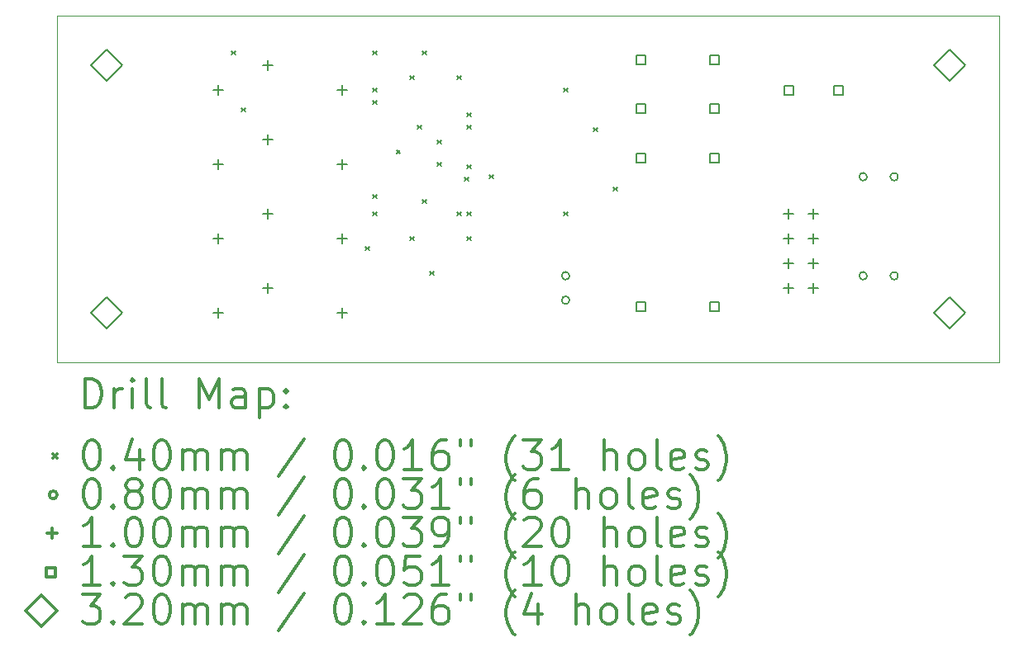
<source format=gbr>
%FSLAX45Y45*%
G04 Gerber Fmt 4.5, Leading zero omitted, Abs format (unit mm)*
G04 Created by KiCad (PCBNEW 5.1.4) date 2019-11-14 20:39:04*
%MOMM*%
%LPD*%
G04 APERTURE LIST*
%ADD10C,0.050000*%
%ADD11C,0.200000*%
%ADD12C,0.300000*%
G04 APERTURE END LIST*
D10*
X6350000Y-6350000D02*
X16002000Y-6350000D01*
X6350000Y-9906000D02*
X6350000Y-6350000D01*
X16002000Y-9906000D02*
X6350000Y-9906000D01*
X16002000Y-9906000D02*
X16002000Y-6350000D01*
D11*
X8133400Y-6711000D02*
X8173400Y-6751000D01*
X8173400Y-6711000D02*
X8133400Y-6751000D01*
X8235000Y-7295200D02*
X8275000Y-7335200D01*
X8275000Y-7295200D02*
X8235000Y-7335200D01*
X9505000Y-8717600D02*
X9545000Y-8757600D01*
X9545000Y-8717600D02*
X9505000Y-8757600D01*
X9581200Y-6711000D02*
X9621200Y-6751000D01*
X9621200Y-6711000D02*
X9581200Y-6751000D01*
X9581200Y-7092000D02*
X9621200Y-7132000D01*
X9621200Y-7092000D02*
X9581200Y-7132000D01*
X9581200Y-7219000D02*
X9621200Y-7259000D01*
X9621200Y-7219000D02*
X9581200Y-7259000D01*
X9581200Y-8184200D02*
X9621200Y-8224200D01*
X9621200Y-8184200D02*
X9581200Y-8224200D01*
X9581200Y-8362000D02*
X9621200Y-8402000D01*
X9621200Y-8362000D02*
X9581200Y-8402000D01*
X9822500Y-7727000D02*
X9862500Y-7767000D01*
X9862500Y-7727000D02*
X9822500Y-7767000D01*
X9962200Y-6965000D02*
X10002200Y-7005000D01*
X10002200Y-6965000D02*
X9962200Y-7005000D01*
X9962200Y-8616000D02*
X10002200Y-8656000D01*
X10002200Y-8616000D02*
X9962200Y-8656000D01*
X10038400Y-7473000D02*
X10078400Y-7513000D01*
X10078400Y-7473000D02*
X10038400Y-7513000D01*
X10089200Y-6711000D02*
X10129200Y-6751000D01*
X10129200Y-6711000D02*
X10089200Y-6751000D01*
X10089200Y-8235000D02*
X10129200Y-8275000D01*
X10129200Y-8235000D02*
X10089200Y-8275000D01*
X10165400Y-8971600D02*
X10205400Y-9011600D01*
X10205400Y-8971600D02*
X10165400Y-9011600D01*
X10241600Y-7625400D02*
X10281600Y-7665400D01*
X10281600Y-7625400D02*
X10241600Y-7665400D01*
X10241600Y-7854000D02*
X10281600Y-7894000D01*
X10281600Y-7854000D02*
X10241600Y-7894000D01*
X10444800Y-6965000D02*
X10484800Y-7005000D01*
X10484800Y-6965000D02*
X10444800Y-7005000D01*
X10444800Y-8362000D02*
X10484800Y-8402000D01*
X10484800Y-8362000D02*
X10444800Y-8402000D01*
X10521000Y-8006400D02*
X10561000Y-8046400D01*
X10561000Y-8006400D02*
X10521000Y-8046400D01*
X10546400Y-7346000D02*
X10586400Y-7386000D01*
X10586400Y-7346000D02*
X10546400Y-7386000D01*
X10546400Y-7473000D02*
X10586400Y-7513000D01*
X10586400Y-7473000D02*
X10546400Y-7513000D01*
X10546400Y-7879400D02*
X10586400Y-7919400D01*
X10586400Y-7879400D02*
X10546400Y-7919400D01*
X10546400Y-8362000D02*
X10586400Y-8402000D01*
X10586400Y-8362000D02*
X10546400Y-8402000D01*
X10546400Y-8362000D02*
X10586400Y-8402000D01*
X10586400Y-8362000D02*
X10546400Y-8402000D01*
X10546400Y-8616000D02*
X10586400Y-8656000D01*
X10586400Y-8616000D02*
X10546400Y-8656000D01*
X10775000Y-7981000D02*
X10815000Y-8021000D01*
X10815000Y-7981000D02*
X10775000Y-8021000D01*
X11537000Y-7092000D02*
X11577000Y-7132000D01*
X11577000Y-7092000D02*
X11537000Y-7132000D01*
X11537000Y-8362000D02*
X11577000Y-8402000D01*
X11577000Y-8362000D02*
X11537000Y-8402000D01*
X11841800Y-7498400D02*
X11881800Y-7538400D01*
X11881800Y-7498400D02*
X11841800Y-7538400D01*
X12045000Y-8108000D02*
X12085000Y-8148000D01*
X12085000Y-8108000D02*
X12045000Y-8148000D01*
X11597000Y-9017000D02*
G75*
G03X11597000Y-9017000I-40000J0D01*
G01*
X11597000Y-9267000D02*
G75*
G03X11597000Y-9267000I-40000J0D01*
G01*
X14645000Y-8001000D02*
G75*
G03X14645000Y-8001000I-40000J0D01*
G01*
X14645000Y-9017000D02*
G75*
G03X14645000Y-9017000I-40000J0D01*
G01*
X14962500Y-8001000D02*
G75*
G03X14962500Y-8001000I-40000J0D01*
G01*
X14962500Y-9017000D02*
G75*
G03X14962500Y-9017000I-40000J0D01*
G01*
X8001000Y-9348000D02*
X8001000Y-9448000D01*
X7951000Y-9398000D02*
X8051000Y-9398000D01*
X8509000Y-9094000D02*
X8509000Y-9194000D01*
X8459000Y-9144000D02*
X8559000Y-9144000D01*
X9271000Y-9348000D02*
X9271000Y-9448000D01*
X9221000Y-9398000D02*
X9321000Y-9398000D01*
X8001000Y-7062000D02*
X8001000Y-7162000D01*
X7951000Y-7112000D02*
X8051000Y-7112000D01*
X8509000Y-6808000D02*
X8509000Y-6908000D01*
X8459000Y-6858000D02*
X8559000Y-6858000D01*
X9271000Y-7062000D02*
X9271000Y-7162000D01*
X9221000Y-7112000D02*
X9321000Y-7112000D01*
X8001000Y-7824000D02*
X8001000Y-7924000D01*
X7951000Y-7874000D02*
X8051000Y-7874000D01*
X8509000Y-7570000D02*
X8509000Y-7670000D01*
X8459000Y-7620000D02*
X8559000Y-7620000D01*
X9271000Y-7824000D02*
X9271000Y-7924000D01*
X9221000Y-7874000D02*
X9321000Y-7874000D01*
X8001000Y-8586000D02*
X8001000Y-8686000D01*
X7951000Y-8636000D02*
X8051000Y-8636000D01*
X8509000Y-8332000D02*
X8509000Y-8432000D01*
X8459000Y-8382000D02*
X8559000Y-8382000D01*
X9271000Y-8586000D02*
X9271000Y-8686000D01*
X9221000Y-8636000D02*
X9321000Y-8636000D01*
X13843000Y-8332000D02*
X13843000Y-8432000D01*
X13793000Y-8382000D02*
X13893000Y-8382000D01*
X13843000Y-8586000D02*
X13843000Y-8686000D01*
X13793000Y-8636000D02*
X13893000Y-8636000D01*
X13843000Y-8840000D02*
X13843000Y-8940000D01*
X13793000Y-8890000D02*
X13893000Y-8890000D01*
X13843000Y-9094000D02*
X13843000Y-9194000D01*
X13793000Y-9144000D02*
X13893000Y-9144000D01*
X14097000Y-8332000D02*
X14097000Y-8432000D01*
X14047000Y-8382000D02*
X14147000Y-8382000D01*
X14097000Y-8586000D02*
X14097000Y-8686000D01*
X14047000Y-8636000D02*
X14147000Y-8636000D01*
X14097000Y-8840000D02*
X14097000Y-8940000D01*
X14047000Y-8890000D02*
X14147000Y-8890000D01*
X14097000Y-9094000D02*
X14097000Y-9194000D01*
X14047000Y-9144000D02*
X14147000Y-9144000D01*
X13888962Y-7157962D02*
X13888962Y-7066038D01*
X13797038Y-7066038D01*
X13797038Y-7157962D01*
X13888962Y-7157962D01*
X14396962Y-7157962D02*
X14396962Y-7066038D01*
X14305038Y-7066038D01*
X14305038Y-7157962D01*
X14396962Y-7157962D01*
X12376962Y-6846462D02*
X12376962Y-6754538D01*
X12285038Y-6754538D01*
X12285038Y-6846462D01*
X12376962Y-6846462D01*
X12376962Y-7350462D02*
X12376962Y-7258538D01*
X12285038Y-7258538D01*
X12285038Y-7350462D01*
X12376962Y-7350462D01*
X12376962Y-7854462D02*
X12376962Y-7762538D01*
X12285038Y-7762538D01*
X12285038Y-7854462D01*
X12376962Y-7854462D01*
X12376962Y-9380462D02*
X12376962Y-9288538D01*
X12285038Y-9288538D01*
X12285038Y-9380462D01*
X12376962Y-9380462D01*
X13126962Y-6846462D02*
X13126962Y-6754538D01*
X13035038Y-6754538D01*
X13035038Y-6846462D01*
X13126962Y-6846462D01*
X13126962Y-7350462D02*
X13126962Y-7258538D01*
X13035038Y-7258538D01*
X13035038Y-7350462D01*
X13126962Y-7350462D01*
X13126962Y-7854462D02*
X13126962Y-7762538D01*
X13035038Y-7762538D01*
X13035038Y-7854462D01*
X13126962Y-7854462D01*
X13126962Y-9380462D02*
X13126962Y-9288538D01*
X13035038Y-9288538D01*
X13035038Y-9380462D01*
X13126962Y-9380462D01*
X6858000Y-9558000D02*
X7018000Y-9398000D01*
X6858000Y-9238000D01*
X6698000Y-9398000D01*
X6858000Y-9558000D01*
X15494000Y-7018000D02*
X15654000Y-6858000D01*
X15494000Y-6698000D01*
X15334000Y-6858000D01*
X15494000Y-7018000D01*
X15494000Y-9558000D02*
X15654000Y-9398000D01*
X15494000Y-9238000D01*
X15334000Y-9398000D01*
X15494000Y-9558000D01*
X6858000Y-7018000D02*
X7018000Y-6858000D01*
X6858000Y-6698000D01*
X6698000Y-6858000D01*
X6858000Y-7018000D01*
D12*
X6633928Y-10374214D02*
X6633928Y-10074214D01*
X6705357Y-10074214D01*
X6748214Y-10088500D01*
X6776786Y-10117072D01*
X6791071Y-10145643D01*
X6805357Y-10202786D01*
X6805357Y-10245643D01*
X6791071Y-10302786D01*
X6776786Y-10331357D01*
X6748214Y-10359929D01*
X6705357Y-10374214D01*
X6633928Y-10374214D01*
X6933928Y-10374214D02*
X6933928Y-10174214D01*
X6933928Y-10231357D02*
X6948214Y-10202786D01*
X6962500Y-10188500D01*
X6991071Y-10174214D01*
X7019643Y-10174214D01*
X7119643Y-10374214D02*
X7119643Y-10174214D01*
X7119643Y-10074214D02*
X7105357Y-10088500D01*
X7119643Y-10102786D01*
X7133928Y-10088500D01*
X7119643Y-10074214D01*
X7119643Y-10102786D01*
X7305357Y-10374214D02*
X7276786Y-10359929D01*
X7262500Y-10331357D01*
X7262500Y-10074214D01*
X7462500Y-10374214D02*
X7433928Y-10359929D01*
X7419643Y-10331357D01*
X7419643Y-10074214D01*
X7805357Y-10374214D02*
X7805357Y-10074214D01*
X7905357Y-10288500D01*
X8005357Y-10074214D01*
X8005357Y-10374214D01*
X8276786Y-10374214D02*
X8276786Y-10217072D01*
X8262500Y-10188500D01*
X8233928Y-10174214D01*
X8176786Y-10174214D01*
X8148214Y-10188500D01*
X8276786Y-10359929D02*
X8248214Y-10374214D01*
X8176786Y-10374214D01*
X8148214Y-10359929D01*
X8133928Y-10331357D01*
X8133928Y-10302786D01*
X8148214Y-10274214D01*
X8176786Y-10259929D01*
X8248214Y-10259929D01*
X8276786Y-10245643D01*
X8419643Y-10174214D02*
X8419643Y-10474214D01*
X8419643Y-10188500D02*
X8448214Y-10174214D01*
X8505357Y-10174214D01*
X8533928Y-10188500D01*
X8548214Y-10202786D01*
X8562500Y-10231357D01*
X8562500Y-10317072D01*
X8548214Y-10345643D01*
X8533928Y-10359929D01*
X8505357Y-10374214D01*
X8448214Y-10374214D01*
X8419643Y-10359929D01*
X8691071Y-10345643D02*
X8705357Y-10359929D01*
X8691071Y-10374214D01*
X8676786Y-10359929D01*
X8691071Y-10345643D01*
X8691071Y-10374214D01*
X8691071Y-10188500D02*
X8705357Y-10202786D01*
X8691071Y-10217072D01*
X8676786Y-10202786D01*
X8691071Y-10188500D01*
X8691071Y-10217072D01*
X6307500Y-10848500D02*
X6347500Y-10888500D01*
X6347500Y-10848500D02*
X6307500Y-10888500D01*
X6691071Y-10704214D02*
X6719643Y-10704214D01*
X6748214Y-10718500D01*
X6762500Y-10732786D01*
X6776786Y-10761357D01*
X6791071Y-10818500D01*
X6791071Y-10889929D01*
X6776786Y-10947072D01*
X6762500Y-10975643D01*
X6748214Y-10989929D01*
X6719643Y-11004214D01*
X6691071Y-11004214D01*
X6662500Y-10989929D01*
X6648214Y-10975643D01*
X6633928Y-10947072D01*
X6619643Y-10889929D01*
X6619643Y-10818500D01*
X6633928Y-10761357D01*
X6648214Y-10732786D01*
X6662500Y-10718500D01*
X6691071Y-10704214D01*
X6919643Y-10975643D02*
X6933928Y-10989929D01*
X6919643Y-11004214D01*
X6905357Y-10989929D01*
X6919643Y-10975643D01*
X6919643Y-11004214D01*
X7191071Y-10804214D02*
X7191071Y-11004214D01*
X7119643Y-10689929D02*
X7048214Y-10904214D01*
X7233928Y-10904214D01*
X7405357Y-10704214D02*
X7433928Y-10704214D01*
X7462500Y-10718500D01*
X7476786Y-10732786D01*
X7491071Y-10761357D01*
X7505357Y-10818500D01*
X7505357Y-10889929D01*
X7491071Y-10947072D01*
X7476786Y-10975643D01*
X7462500Y-10989929D01*
X7433928Y-11004214D01*
X7405357Y-11004214D01*
X7376786Y-10989929D01*
X7362500Y-10975643D01*
X7348214Y-10947072D01*
X7333928Y-10889929D01*
X7333928Y-10818500D01*
X7348214Y-10761357D01*
X7362500Y-10732786D01*
X7376786Y-10718500D01*
X7405357Y-10704214D01*
X7633928Y-11004214D02*
X7633928Y-10804214D01*
X7633928Y-10832786D02*
X7648214Y-10818500D01*
X7676786Y-10804214D01*
X7719643Y-10804214D01*
X7748214Y-10818500D01*
X7762500Y-10847072D01*
X7762500Y-11004214D01*
X7762500Y-10847072D02*
X7776786Y-10818500D01*
X7805357Y-10804214D01*
X7848214Y-10804214D01*
X7876786Y-10818500D01*
X7891071Y-10847072D01*
X7891071Y-11004214D01*
X8033928Y-11004214D02*
X8033928Y-10804214D01*
X8033928Y-10832786D02*
X8048214Y-10818500D01*
X8076786Y-10804214D01*
X8119643Y-10804214D01*
X8148214Y-10818500D01*
X8162500Y-10847072D01*
X8162500Y-11004214D01*
X8162500Y-10847072D02*
X8176786Y-10818500D01*
X8205357Y-10804214D01*
X8248214Y-10804214D01*
X8276786Y-10818500D01*
X8291071Y-10847072D01*
X8291071Y-11004214D01*
X8876786Y-10689929D02*
X8619643Y-11075643D01*
X9262500Y-10704214D02*
X9291071Y-10704214D01*
X9319643Y-10718500D01*
X9333928Y-10732786D01*
X9348214Y-10761357D01*
X9362500Y-10818500D01*
X9362500Y-10889929D01*
X9348214Y-10947072D01*
X9333928Y-10975643D01*
X9319643Y-10989929D01*
X9291071Y-11004214D01*
X9262500Y-11004214D01*
X9233928Y-10989929D01*
X9219643Y-10975643D01*
X9205357Y-10947072D01*
X9191071Y-10889929D01*
X9191071Y-10818500D01*
X9205357Y-10761357D01*
X9219643Y-10732786D01*
X9233928Y-10718500D01*
X9262500Y-10704214D01*
X9491071Y-10975643D02*
X9505357Y-10989929D01*
X9491071Y-11004214D01*
X9476786Y-10989929D01*
X9491071Y-10975643D01*
X9491071Y-11004214D01*
X9691071Y-10704214D02*
X9719643Y-10704214D01*
X9748214Y-10718500D01*
X9762500Y-10732786D01*
X9776786Y-10761357D01*
X9791071Y-10818500D01*
X9791071Y-10889929D01*
X9776786Y-10947072D01*
X9762500Y-10975643D01*
X9748214Y-10989929D01*
X9719643Y-11004214D01*
X9691071Y-11004214D01*
X9662500Y-10989929D01*
X9648214Y-10975643D01*
X9633928Y-10947072D01*
X9619643Y-10889929D01*
X9619643Y-10818500D01*
X9633928Y-10761357D01*
X9648214Y-10732786D01*
X9662500Y-10718500D01*
X9691071Y-10704214D01*
X10076786Y-11004214D02*
X9905357Y-11004214D01*
X9991071Y-11004214D02*
X9991071Y-10704214D01*
X9962500Y-10747072D01*
X9933928Y-10775643D01*
X9905357Y-10789929D01*
X10333928Y-10704214D02*
X10276786Y-10704214D01*
X10248214Y-10718500D01*
X10233928Y-10732786D01*
X10205357Y-10775643D01*
X10191071Y-10832786D01*
X10191071Y-10947072D01*
X10205357Y-10975643D01*
X10219643Y-10989929D01*
X10248214Y-11004214D01*
X10305357Y-11004214D01*
X10333928Y-10989929D01*
X10348214Y-10975643D01*
X10362500Y-10947072D01*
X10362500Y-10875643D01*
X10348214Y-10847072D01*
X10333928Y-10832786D01*
X10305357Y-10818500D01*
X10248214Y-10818500D01*
X10219643Y-10832786D01*
X10205357Y-10847072D01*
X10191071Y-10875643D01*
X10476786Y-10704214D02*
X10476786Y-10761357D01*
X10591071Y-10704214D02*
X10591071Y-10761357D01*
X11033928Y-11118500D02*
X11019643Y-11104214D01*
X10991071Y-11061357D01*
X10976786Y-11032786D01*
X10962500Y-10989929D01*
X10948214Y-10918500D01*
X10948214Y-10861357D01*
X10962500Y-10789929D01*
X10976786Y-10747072D01*
X10991071Y-10718500D01*
X11019643Y-10675643D01*
X11033928Y-10661357D01*
X11119643Y-10704214D02*
X11305357Y-10704214D01*
X11205357Y-10818500D01*
X11248214Y-10818500D01*
X11276786Y-10832786D01*
X11291071Y-10847072D01*
X11305357Y-10875643D01*
X11305357Y-10947072D01*
X11291071Y-10975643D01*
X11276786Y-10989929D01*
X11248214Y-11004214D01*
X11162500Y-11004214D01*
X11133928Y-10989929D01*
X11119643Y-10975643D01*
X11591071Y-11004214D02*
X11419643Y-11004214D01*
X11505357Y-11004214D02*
X11505357Y-10704214D01*
X11476786Y-10747072D01*
X11448214Y-10775643D01*
X11419643Y-10789929D01*
X11948214Y-11004214D02*
X11948214Y-10704214D01*
X12076786Y-11004214D02*
X12076786Y-10847072D01*
X12062500Y-10818500D01*
X12033928Y-10804214D01*
X11991071Y-10804214D01*
X11962500Y-10818500D01*
X11948214Y-10832786D01*
X12262500Y-11004214D02*
X12233928Y-10989929D01*
X12219643Y-10975643D01*
X12205357Y-10947072D01*
X12205357Y-10861357D01*
X12219643Y-10832786D01*
X12233928Y-10818500D01*
X12262500Y-10804214D01*
X12305357Y-10804214D01*
X12333928Y-10818500D01*
X12348214Y-10832786D01*
X12362500Y-10861357D01*
X12362500Y-10947072D01*
X12348214Y-10975643D01*
X12333928Y-10989929D01*
X12305357Y-11004214D01*
X12262500Y-11004214D01*
X12533928Y-11004214D02*
X12505357Y-10989929D01*
X12491071Y-10961357D01*
X12491071Y-10704214D01*
X12762500Y-10989929D02*
X12733928Y-11004214D01*
X12676786Y-11004214D01*
X12648214Y-10989929D01*
X12633928Y-10961357D01*
X12633928Y-10847072D01*
X12648214Y-10818500D01*
X12676786Y-10804214D01*
X12733928Y-10804214D01*
X12762500Y-10818500D01*
X12776786Y-10847072D01*
X12776786Y-10875643D01*
X12633928Y-10904214D01*
X12891071Y-10989929D02*
X12919643Y-11004214D01*
X12976786Y-11004214D01*
X13005357Y-10989929D01*
X13019643Y-10961357D01*
X13019643Y-10947072D01*
X13005357Y-10918500D01*
X12976786Y-10904214D01*
X12933928Y-10904214D01*
X12905357Y-10889929D01*
X12891071Y-10861357D01*
X12891071Y-10847072D01*
X12905357Y-10818500D01*
X12933928Y-10804214D01*
X12976786Y-10804214D01*
X13005357Y-10818500D01*
X13119643Y-11118500D02*
X13133928Y-11104214D01*
X13162500Y-11061357D01*
X13176786Y-11032786D01*
X13191071Y-10989929D01*
X13205357Y-10918500D01*
X13205357Y-10861357D01*
X13191071Y-10789929D01*
X13176786Y-10747072D01*
X13162500Y-10718500D01*
X13133928Y-10675643D01*
X13119643Y-10661357D01*
X6347500Y-11264500D02*
G75*
G03X6347500Y-11264500I-40000J0D01*
G01*
X6691071Y-11100214D02*
X6719643Y-11100214D01*
X6748214Y-11114500D01*
X6762500Y-11128786D01*
X6776786Y-11157357D01*
X6791071Y-11214500D01*
X6791071Y-11285929D01*
X6776786Y-11343071D01*
X6762500Y-11371643D01*
X6748214Y-11385929D01*
X6719643Y-11400214D01*
X6691071Y-11400214D01*
X6662500Y-11385929D01*
X6648214Y-11371643D01*
X6633928Y-11343071D01*
X6619643Y-11285929D01*
X6619643Y-11214500D01*
X6633928Y-11157357D01*
X6648214Y-11128786D01*
X6662500Y-11114500D01*
X6691071Y-11100214D01*
X6919643Y-11371643D02*
X6933928Y-11385929D01*
X6919643Y-11400214D01*
X6905357Y-11385929D01*
X6919643Y-11371643D01*
X6919643Y-11400214D01*
X7105357Y-11228786D02*
X7076786Y-11214500D01*
X7062500Y-11200214D01*
X7048214Y-11171643D01*
X7048214Y-11157357D01*
X7062500Y-11128786D01*
X7076786Y-11114500D01*
X7105357Y-11100214D01*
X7162500Y-11100214D01*
X7191071Y-11114500D01*
X7205357Y-11128786D01*
X7219643Y-11157357D01*
X7219643Y-11171643D01*
X7205357Y-11200214D01*
X7191071Y-11214500D01*
X7162500Y-11228786D01*
X7105357Y-11228786D01*
X7076786Y-11243071D01*
X7062500Y-11257357D01*
X7048214Y-11285929D01*
X7048214Y-11343071D01*
X7062500Y-11371643D01*
X7076786Y-11385929D01*
X7105357Y-11400214D01*
X7162500Y-11400214D01*
X7191071Y-11385929D01*
X7205357Y-11371643D01*
X7219643Y-11343071D01*
X7219643Y-11285929D01*
X7205357Y-11257357D01*
X7191071Y-11243071D01*
X7162500Y-11228786D01*
X7405357Y-11100214D02*
X7433928Y-11100214D01*
X7462500Y-11114500D01*
X7476786Y-11128786D01*
X7491071Y-11157357D01*
X7505357Y-11214500D01*
X7505357Y-11285929D01*
X7491071Y-11343071D01*
X7476786Y-11371643D01*
X7462500Y-11385929D01*
X7433928Y-11400214D01*
X7405357Y-11400214D01*
X7376786Y-11385929D01*
X7362500Y-11371643D01*
X7348214Y-11343071D01*
X7333928Y-11285929D01*
X7333928Y-11214500D01*
X7348214Y-11157357D01*
X7362500Y-11128786D01*
X7376786Y-11114500D01*
X7405357Y-11100214D01*
X7633928Y-11400214D02*
X7633928Y-11200214D01*
X7633928Y-11228786D02*
X7648214Y-11214500D01*
X7676786Y-11200214D01*
X7719643Y-11200214D01*
X7748214Y-11214500D01*
X7762500Y-11243071D01*
X7762500Y-11400214D01*
X7762500Y-11243071D02*
X7776786Y-11214500D01*
X7805357Y-11200214D01*
X7848214Y-11200214D01*
X7876786Y-11214500D01*
X7891071Y-11243071D01*
X7891071Y-11400214D01*
X8033928Y-11400214D02*
X8033928Y-11200214D01*
X8033928Y-11228786D02*
X8048214Y-11214500D01*
X8076786Y-11200214D01*
X8119643Y-11200214D01*
X8148214Y-11214500D01*
X8162500Y-11243071D01*
X8162500Y-11400214D01*
X8162500Y-11243071D02*
X8176786Y-11214500D01*
X8205357Y-11200214D01*
X8248214Y-11200214D01*
X8276786Y-11214500D01*
X8291071Y-11243071D01*
X8291071Y-11400214D01*
X8876786Y-11085929D02*
X8619643Y-11471643D01*
X9262500Y-11100214D02*
X9291071Y-11100214D01*
X9319643Y-11114500D01*
X9333928Y-11128786D01*
X9348214Y-11157357D01*
X9362500Y-11214500D01*
X9362500Y-11285929D01*
X9348214Y-11343071D01*
X9333928Y-11371643D01*
X9319643Y-11385929D01*
X9291071Y-11400214D01*
X9262500Y-11400214D01*
X9233928Y-11385929D01*
X9219643Y-11371643D01*
X9205357Y-11343071D01*
X9191071Y-11285929D01*
X9191071Y-11214500D01*
X9205357Y-11157357D01*
X9219643Y-11128786D01*
X9233928Y-11114500D01*
X9262500Y-11100214D01*
X9491071Y-11371643D02*
X9505357Y-11385929D01*
X9491071Y-11400214D01*
X9476786Y-11385929D01*
X9491071Y-11371643D01*
X9491071Y-11400214D01*
X9691071Y-11100214D02*
X9719643Y-11100214D01*
X9748214Y-11114500D01*
X9762500Y-11128786D01*
X9776786Y-11157357D01*
X9791071Y-11214500D01*
X9791071Y-11285929D01*
X9776786Y-11343071D01*
X9762500Y-11371643D01*
X9748214Y-11385929D01*
X9719643Y-11400214D01*
X9691071Y-11400214D01*
X9662500Y-11385929D01*
X9648214Y-11371643D01*
X9633928Y-11343071D01*
X9619643Y-11285929D01*
X9619643Y-11214500D01*
X9633928Y-11157357D01*
X9648214Y-11128786D01*
X9662500Y-11114500D01*
X9691071Y-11100214D01*
X9891071Y-11100214D02*
X10076786Y-11100214D01*
X9976786Y-11214500D01*
X10019643Y-11214500D01*
X10048214Y-11228786D01*
X10062500Y-11243071D01*
X10076786Y-11271643D01*
X10076786Y-11343071D01*
X10062500Y-11371643D01*
X10048214Y-11385929D01*
X10019643Y-11400214D01*
X9933928Y-11400214D01*
X9905357Y-11385929D01*
X9891071Y-11371643D01*
X10362500Y-11400214D02*
X10191071Y-11400214D01*
X10276786Y-11400214D02*
X10276786Y-11100214D01*
X10248214Y-11143072D01*
X10219643Y-11171643D01*
X10191071Y-11185929D01*
X10476786Y-11100214D02*
X10476786Y-11157357D01*
X10591071Y-11100214D02*
X10591071Y-11157357D01*
X11033928Y-11514500D02*
X11019643Y-11500214D01*
X10991071Y-11457357D01*
X10976786Y-11428786D01*
X10962500Y-11385929D01*
X10948214Y-11314500D01*
X10948214Y-11257357D01*
X10962500Y-11185929D01*
X10976786Y-11143072D01*
X10991071Y-11114500D01*
X11019643Y-11071643D01*
X11033928Y-11057357D01*
X11276786Y-11100214D02*
X11219643Y-11100214D01*
X11191071Y-11114500D01*
X11176786Y-11128786D01*
X11148214Y-11171643D01*
X11133928Y-11228786D01*
X11133928Y-11343071D01*
X11148214Y-11371643D01*
X11162500Y-11385929D01*
X11191071Y-11400214D01*
X11248214Y-11400214D01*
X11276786Y-11385929D01*
X11291071Y-11371643D01*
X11305357Y-11343071D01*
X11305357Y-11271643D01*
X11291071Y-11243071D01*
X11276786Y-11228786D01*
X11248214Y-11214500D01*
X11191071Y-11214500D01*
X11162500Y-11228786D01*
X11148214Y-11243071D01*
X11133928Y-11271643D01*
X11662500Y-11400214D02*
X11662500Y-11100214D01*
X11791071Y-11400214D02*
X11791071Y-11243071D01*
X11776786Y-11214500D01*
X11748214Y-11200214D01*
X11705357Y-11200214D01*
X11676786Y-11214500D01*
X11662500Y-11228786D01*
X11976786Y-11400214D02*
X11948214Y-11385929D01*
X11933928Y-11371643D01*
X11919643Y-11343071D01*
X11919643Y-11257357D01*
X11933928Y-11228786D01*
X11948214Y-11214500D01*
X11976786Y-11200214D01*
X12019643Y-11200214D01*
X12048214Y-11214500D01*
X12062500Y-11228786D01*
X12076786Y-11257357D01*
X12076786Y-11343071D01*
X12062500Y-11371643D01*
X12048214Y-11385929D01*
X12019643Y-11400214D01*
X11976786Y-11400214D01*
X12248214Y-11400214D02*
X12219643Y-11385929D01*
X12205357Y-11357357D01*
X12205357Y-11100214D01*
X12476786Y-11385929D02*
X12448214Y-11400214D01*
X12391071Y-11400214D01*
X12362500Y-11385929D01*
X12348214Y-11357357D01*
X12348214Y-11243071D01*
X12362500Y-11214500D01*
X12391071Y-11200214D01*
X12448214Y-11200214D01*
X12476786Y-11214500D01*
X12491071Y-11243071D01*
X12491071Y-11271643D01*
X12348214Y-11300214D01*
X12605357Y-11385929D02*
X12633928Y-11400214D01*
X12691071Y-11400214D01*
X12719643Y-11385929D01*
X12733928Y-11357357D01*
X12733928Y-11343071D01*
X12719643Y-11314500D01*
X12691071Y-11300214D01*
X12648214Y-11300214D01*
X12619643Y-11285929D01*
X12605357Y-11257357D01*
X12605357Y-11243071D01*
X12619643Y-11214500D01*
X12648214Y-11200214D01*
X12691071Y-11200214D01*
X12719643Y-11214500D01*
X12833928Y-11514500D02*
X12848214Y-11500214D01*
X12876786Y-11457357D01*
X12891071Y-11428786D01*
X12905357Y-11385929D01*
X12919643Y-11314500D01*
X12919643Y-11257357D01*
X12905357Y-11185929D01*
X12891071Y-11143072D01*
X12876786Y-11114500D01*
X12848214Y-11071643D01*
X12833928Y-11057357D01*
X6297500Y-11610500D02*
X6297500Y-11710500D01*
X6247500Y-11660500D02*
X6347500Y-11660500D01*
X6791071Y-11796214D02*
X6619643Y-11796214D01*
X6705357Y-11796214D02*
X6705357Y-11496214D01*
X6676786Y-11539071D01*
X6648214Y-11567643D01*
X6619643Y-11581929D01*
X6919643Y-11767643D02*
X6933928Y-11781929D01*
X6919643Y-11796214D01*
X6905357Y-11781929D01*
X6919643Y-11767643D01*
X6919643Y-11796214D01*
X7119643Y-11496214D02*
X7148214Y-11496214D01*
X7176786Y-11510500D01*
X7191071Y-11524786D01*
X7205357Y-11553357D01*
X7219643Y-11610500D01*
X7219643Y-11681929D01*
X7205357Y-11739071D01*
X7191071Y-11767643D01*
X7176786Y-11781929D01*
X7148214Y-11796214D01*
X7119643Y-11796214D01*
X7091071Y-11781929D01*
X7076786Y-11767643D01*
X7062500Y-11739071D01*
X7048214Y-11681929D01*
X7048214Y-11610500D01*
X7062500Y-11553357D01*
X7076786Y-11524786D01*
X7091071Y-11510500D01*
X7119643Y-11496214D01*
X7405357Y-11496214D02*
X7433928Y-11496214D01*
X7462500Y-11510500D01*
X7476786Y-11524786D01*
X7491071Y-11553357D01*
X7505357Y-11610500D01*
X7505357Y-11681929D01*
X7491071Y-11739071D01*
X7476786Y-11767643D01*
X7462500Y-11781929D01*
X7433928Y-11796214D01*
X7405357Y-11796214D01*
X7376786Y-11781929D01*
X7362500Y-11767643D01*
X7348214Y-11739071D01*
X7333928Y-11681929D01*
X7333928Y-11610500D01*
X7348214Y-11553357D01*
X7362500Y-11524786D01*
X7376786Y-11510500D01*
X7405357Y-11496214D01*
X7633928Y-11796214D02*
X7633928Y-11596214D01*
X7633928Y-11624786D02*
X7648214Y-11610500D01*
X7676786Y-11596214D01*
X7719643Y-11596214D01*
X7748214Y-11610500D01*
X7762500Y-11639071D01*
X7762500Y-11796214D01*
X7762500Y-11639071D02*
X7776786Y-11610500D01*
X7805357Y-11596214D01*
X7848214Y-11596214D01*
X7876786Y-11610500D01*
X7891071Y-11639071D01*
X7891071Y-11796214D01*
X8033928Y-11796214D02*
X8033928Y-11596214D01*
X8033928Y-11624786D02*
X8048214Y-11610500D01*
X8076786Y-11596214D01*
X8119643Y-11596214D01*
X8148214Y-11610500D01*
X8162500Y-11639071D01*
X8162500Y-11796214D01*
X8162500Y-11639071D02*
X8176786Y-11610500D01*
X8205357Y-11596214D01*
X8248214Y-11596214D01*
X8276786Y-11610500D01*
X8291071Y-11639071D01*
X8291071Y-11796214D01*
X8876786Y-11481929D02*
X8619643Y-11867643D01*
X9262500Y-11496214D02*
X9291071Y-11496214D01*
X9319643Y-11510500D01*
X9333928Y-11524786D01*
X9348214Y-11553357D01*
X9362500Y-11610500D01*
X9362500Y-11681929D01*
X9348214Y-11739071D01*
X9333928Y-11767643D01*
X9319643Y-11781929D01*
X9291071Y-11796214D01*
X9262500Y-11796214D01*
X9233928Y-11781929D01*
X9219643Y-11767643D01*
X9205357Y-11739071D01*
X9191071Y-11681929D01*
X9191071Y-11610500D01*
X9205357Y-11553357D01*
X9219643Y-11524786D01*
X9233928Y-11510500D01*
X9262500Y-11496214D01*
X9491071Y-11767643D02*
X9505357Y-11781929D01*
X9491071Y-11796214D01*
X9476786Y-11781929D01*
X9491071Y-11767643D01*
X9491071Y-11796214D01*
X9691071Y-11496214D02*
X9719643Y-11496214D01*
X9748214Y-11510500D01*
X9762500Y-11524786D01*
X9776786Y-11553357D01*
X9791071Y-11610500D01*
X9791071Y-11681929D01*
X9776786Y-11739071D01*
X9762500Y-11767643D01*
X9748214Y-11781929D01*
X9719643Y-11796214D01*
X9691071Y-11796214D01*
X9662500Y-11781929D01*
X9648214Y-11767643D01*
X9633928Y-11739071D01*
X9619643Y-11681929D01*
X9619643Y-11610500D01*
X9633928Y-11553357D01*
X9648214Y-11524786D01*
X9662500Y-11510500D01*
X9691071Y-11496214D01*
X9891071Y-11496214D02*
X10076786Y-11496214D01*
X9976786Y-11610500D01*
X10019643Y-11610500D01*
X10048214Y-11624786D01*
X10062500Y-11639071D01*
X10076786Y-11667643D01*
X10076786Y-11739071D01*
X10062500Y-11767643D01*
X10048214Y-11781929D01*
X10019643Y-11796214D01*
X9933928Y-11796214D01*
X9905357Y-11781929D01*
X9891071Y-11767643D01*
X10219643Y-11796214D02*
X10276786Y-11796214D01*
X10305357Y-11781929D01*
X10319643Y-11767643D01*
X10348214Y-11724786D01*
X10362500Y-11667643D01*
X10362500Y-11553357D01*
X10348214Y-11524786D01*
X10333928Y-11510500D01*
X10305357Y-11496214D01*
X10248214Y-11496214D01*
X10219643Y-11510500D01*
X10205357Y-11524786D01*
X10191071Y-11553357D01*
X10191071Y-11624786D01*
X10205357Y-11653357D01*
X10219643Y-11667643D01*
X10248214Y-11681929D01*
X10305357Y-11681929D01*
X10333928Y-11667643D01*
X10348214Y-11653357D01*
X10362500Y-11624786D01*
X10476786Y-11496214D02*
X10476786Y-11553357D01*
X10591071Y-11496214D02*
X10591071Y-11553357D01*
X11033928Y-11910500D02*
X11019643Y-11896214D01*
X10991071Y-11853357D01*
X10976786Y-11824786D01*
X10962500Y-11781929D01*
X10948214Y-11710500D01*
X10948214Y-11653357D01*
X10962500Y-11581929D01*
X10976786Y-11539071D01*
X10991071Y-11510500D01*
X11019643Y-11467643D01*
X11033928Y-11453357D01*
X11133928Y-11524786D02*
X11148214Y-11510500D01*
X11176786Y-11496214D01*
X11248214Y-11496214D01*
X11276786Y-11510500D01*
X11291071Y-11524786D01*
X11305357Y-11553357D01*
X11305357Y-11581929D01*
X11291071Y-11624786D01*
X11119643Y-11796214D01*
X11305357Y-11796214D01*
X11491071Y-11496214D02*
X11519643Y-11496214D01*
X11548214Y-11510500D01*
X11562500Y-11524786D01*
X11576786Y-11553357D01*
X11591071Y-11610500D01*
X11591071Y-11681929D01*
X11576786Y-11739071D01*
X11562500Y-11767643D01*
X11548214Y-11781929D01*
X11519643Y-11796214D01*
X11491071Y-11796214D01*
X11462500Y-11781929D01*
X11448214Y-11767643D01*
X11433928Y-11739071D01*
X11419643Y-11681929D01*
X11419643Y-11610500D01*
X11433928Y-11553357D01*
X11448214Y-11524786D01*
X11462500Y-11510500D01*
X11491071Y-11496214D01*
X11948214Y-11796214D02*
X11948214Y-11496214D01*
X12076786Y-11796214D02*
X12076786Y-11639071D01*
X12062500Y-11610500D01*
X12033928Y-11596214D01*
X11991071Y-11596214D01*
X11962500Y-11610500D01*
X11948214Y-11624786D01*
X12262500Y-11796214D02*
X12233928Y-11781929D01*
X12219643Y-11767643D01*
X12205357Y-11739071D01*
X12205357Y-11653357D01*
X12219643Y-11624786D01*
X12233928Y-11610500D01*
X12262500Y-11596214D01*
X12305357Y-11596214D01*
X12333928Y-11610500D01*
X12348214Y-11624786D01*
X12362500Y-11653357D01*
X12362500Y-11739071D01*
X12348214Y-11767643D01*
X12333928Y-11781929D01*
X12305357Y-11796214D01*
X12262500Y-11796214D01*
X12533928Y-11796214D02*
X12505357Y-11781929D01*
X12491071Y-11753357D01*
X12491071Y-11496214D01*
X12762500Y-11781929D02*
X12733928Y-11796214D01*
X12676786Y-11796214D01*
X12648214Y-11781929D01*
X12633928Y-11753357D01*
X12633928Y-11639071D01*
X12648214Y-11610500D01*
X12676786Y-11596214D01*
X12733928Y-11596214D01*
X12762500Y-11610500D01*
X12776786Y-11639071D01*
X12776786Y-11667643D01*
X12633928Y-11696214D01*
X12891071Y-11781929D02*
X12919643Y-11796214D01*
X12976786Y-11796214D01*
X13005357Y-11781929D01*
X13019643Y-11753357D01*
X13019643Y-11739071D01*
X13005357Y-11710500D01*
X12976786Y-11696214D01*
X12933928Y-11696214D01*
X12905357Y-11681929D01*
X12891071Y-11653357D01*
X12891071Y-11639071D01*
X12905357Y-11610500D01*
X12933928Y-11596214D01*
X12976786Y-11596214D01*
X13005357Y-11610500D01*
X13119643Y-11910500D02*
X13133928Y-11896214D01*
X13162500Y-11853357D01*
X13176786Y-11824786D01*
X13191071Y-11781929D01*
X13205357Y-11710500D01*
X13205357Y-11653357D01*
X13191071Y-11581929D01*
X13176786Y-11539071D01*
X13162500Y-11510500D01*
X13133928Y-11467643D01*
X13119643Y-11453357D01*
X6328462Y-12102462D02*
X6328462Y-12010538D01*
X6236537Y-12010538D01*
X6236537Y-12102462D01*
X6328462Y-12102462D01*
X6791071Y-12192214D02*
X6619643Y-12192214D01*
X6705357Y-12192214D02*
X6705357Y-11892214D01*
X6676786Y-11935071D01*
X6648214Y-11963643D01*
X6619643Y-11977929D01*
X6919643Y-12163643D02*
X6933928Y-12177929D01*
X6919643Y-12192214D01*
X6905357Y-12177929D01*
X6919643Y-12163643D01*
X6919643Y-12192214D01*
X7033928Y-11892214D02*
X7219643Y-11892214D01*
X7119643Y-12006500D01*
X7162500Y-12006500D01*
X7191071Y-12020786D01*
X7205357Y-12035071D01*
X7219643Y-12063643D01*
X7219643Y-12135071D01*
X7205357Y-12163643D01*
X7191071Y-12177929D01*
X7162500Y-12192214D01*
X7076786Y-12192214D01*
X7048214Y-12177929D01*
X7033928Y-12163643D01*
X7405357Y-11892214D02*
X7433928Y-11892214D01*
X7462500Y-11906500D01*
X7476786Y-11920786D01*
X7491071Y-11949357D01*
X7505357Y-12006500D01*
X7505357Y-12077929D01*
X7491071Y-12135071D01*
X7476786Y-12163643D01*
X7462500Y-12177929D01*
X7433928Y-12192214D01*
X7405357Y-12192214D01*
X7376786Y-12177929D01*
X7362500Y-12163643D01*
X7348214Y-12135071D01*
X7333928Y-12077929D01*
X7333928Y-12006500D01*
X7348214Y-11949357D01*
X7362500Y-11920786D01*
X7376786Y-11906500D01*
X7405357Y-11892214D01*
X7633928Y-12192214D02*
X7633928Y-11992214D01*
X7633928Y-12020786D02*
X7648214Y-12006500D01*
X7676786Y-11992214D01*
X7719643Y-11992214D01*
X7748214Y-12006500D01*
X7762500Y-12035071D01*
X7762500Y-12192214D01*
X7762500Y-12035071D02*
X7776786Y-12006500D01*
X7805357Y-11992214D01*
X7848214Y-11992214D01*
X7876786Y-12006500D01*
X7891071Y-12035071D01*
X7891071Y-12192214D01*
X8033928Y-12192214D02*
X8033928Y-11992214D01*
X8033928Y-12020786D02*
X8048214Y-12006500D01*
X8076786Y-11992214D01*
X8119643Y-11992214D01*
X8148214Y-12006500D01*
X8162500Y-12035071D01*
X8162500Y-12192214D01*
X8162500Y-12035071D02*
X8176786Y-12006500D01*
X8205357Y-11992214D01*
X8248214Y-11992214D01*
X8276786Y-12006500D01*
X8291071Y-12035071D01*
X8291071Y-12192214D01*
X8876786Y-11877929D02*
X8619643Y-12263643D01*
X9262500Y-11892214D02*
X9291071Y-11892214D01*
X9319643Y-11906500D01*
X9333928Y-11920786D01*
X9348214Y-11949357D01*
X9362500Y-12006500D01*
X9362500Y-12077929D01*
X9348214Y-12135071D01*
X9333928Y-12163643D01*
X9319643Y-12177929D01*
X9291071Y-12192214D01*
X9262500Y-12192214D01*
X9233928Y-12177929D01*
X9219643Y-12163643D01*
X9205357Y-12135071D01*
X9191071Y-12077929D01*
X9191071Y-12006500D01*
X9205357Y-11949357D01*
X9219643Y-11920786D01*
X9233928Y-11906500D01*
X9262500Y-11892214D01*
X9491071Y-12163643D02*
X9505357Y-12177929D01*
X9491071Y-12192214D01*
X9476786Y-12177929D01*
X9491071Y-12163643D01*
X9491071Y-12192214D01*
X9691071Y-11892214D02*
X9719643Y-11892214D01*
X9748214Y-11906500D01*
X9762500Y-11920786D01*
X9776786Y-11949357D01*
X9791071Y-12006500D01*
X9791071Y-12077929D01*
X9776786Y-12135071D01*
X9762500Y-12163643D01*
X9748214Y-12177929D01*
X9719643Y-12192214D01*
X9691071Y-12192214D01*
X9662500Y-12177929D01*
X9648214Y-12163643D01*
X9633928Y-12135071D01*
X9619643Y-12077929D01*
X9619643Y-12006500D01*
X9633928Y-11949357D01*
X9648214Y-11920786D01*
X9662500Y-11906500D01*
X9691071Y-11892214D01*
X10062500Y-11892214D02*
X9919643Y-11892214D01*
X9905357Y-12035071D01*
X9919643Y-12020786D01*
X9948214Y-12006500D01*
X10019643Y-12006500D01*
X10048214Y-12020786D01*
X10062500Y-12035071D01*
X10076786Y-12063643D01*
X10076786Y-12135071D01*
X10062500Y-12163643D01*
X10048214Y-12177929D01*
X10019643Y-12192214D01*
X9948214Y-12192214D01*
X9919643Y-12177929D01*
X9905357Y-12163643D01*
X10362500Y-12192214D02*
X10191071Y-12192214D01*
X10276786Y-12192214D02*
X10276786Y-11892214D01*
X10248214Y-11935071D01*
X10219643Y-11963643D01*
X10191071Y-11977929D01*
X10476786Y-11892214D02*
X10476786Y-11949357D01*
X10591071Y-11892214D02*
X10591071Y-11949357D01*
X11033928Y-12306500D02*
X11019643Y-12292214D01*
X10991071Y-12249357D01*
X10976786Y-12220786D01*
X10962500Y-12177929D01*
X10948214Y-12106500D01*
X10948214Y-12049357D01*
X10962500Y-11977929D01*
X10976786Y-11935071D01*
X10991071Y-11906500D01*
X11019643Y-11863643D01*
X11033928Y-11849357D01*
X11305357Y-12192214D02*
X11133928Y-12192214D01*
X11219643Y-12192214D02*
X11219643Y-11892214D01*
X11191071Y-11935071D01*
X11162500Y-11963643D01*
X11133928Y-11977929D01*
X11491071Y-11892214D02*
X11519643Y-11892214D01*
X11548214Y-11906500D01*
X11562500Y-11920786D01*
X11576786Y-11949357D01*
X11591071Y-12006500D01*
X11591071Y-12077929D01*
X11576786Y-12135071D01*
X11562500Y-12163643D01*
X11548214Y-12177929D01*
X11519643Y-12192214D01*
X11491071Y-12192214D01*
X11462500Y-12177929D01*
X11448214Y-12163643D01*
X11433928Y-12135071D01*
X11419643Y-12077929D01*
X11419643Y-12006500D01*
X11433928Y-11949357D01*
X11448214Y-11920786D01*
X11462500Y-11906500D01*
X11491071Y-11892214D01*
X11948214Y-12192214D02*
X11948214Y-11892214D01*
X12076786Y-12192214D02*
X12076786Y-12035071D01*
X12062500Y-12006500D01*
X12033928Y-11992214D01*
X11991071Y-11992214D01*
X11962500Y-12006500D01*
X11948214Y-12020786D01*
X12262500Y-12192214D02*
X12233928Y-12177929D01*
X12219643Y-12163643D01*
X12205357Y-12135071D01*
X12205357Y-12049357D01*
X12219643Y-12020786D01*
X12233928Y-12006500D01*
X12262500Y-11992214D01*
X12305357Y-11992214D01*
X12333928Y-12006500D01*
X12348214Y-12020786D01*
X12362500Y-12049357D01*
X12362500Y-12135071D01*
X12348214Y-12163643D01*
X12333928Y-12177929D01*
X12305357Y-12192214D01*
X12262500Y-12192214D01*
X12533928Y-12192214D02*
X12505357Y-12177929D01*
X12491071Y-12149357D01*
X12491071Y-11892214D01*
X12762500Y-12177929D02*
X12733928Y-12192214D01*
X12676786Y-12192214D01*
X12648214Y-12177929D01*
X12633928Y-12149357D01*
X12633928Y-12035071D01*
X12648214Y-12006500D01*
X12676786Y-11992214D01*
X12733928Y-11992214D01*
X12762500Y-12006500D01*
X12776786Y-12035071D01*
X12776786Y-12063643D01*
X12633928Y-12092214D01*
X12891071Y-12177929D02*
X12919643Y-12192214D01*
X12976786Y-12192214D01*
X13005357Y-12177929D01*
X13019643Y-12149357D01*
X13019643Y-12135071D01*
X13005357Y-12106500D01*
X12976786Y-12092214D01*
X12933928Y-12092214D01*
X12905357Y-12077929D01*
X12891071Y-12049357D01*
X12891071Y-12035071D01*
X12905357Y-12006500D01*
X12933928Y-11992214D01*
X12976786Y-11992214D01*
X13005357Y-12006500D01*
X13119643Y-12306500D02*
X13133928Y-12292214D01*
X13162500Y-12249357D01*
X13176786Y-12220786D01*
X13191071Y-12177929D01*
X13205357Y-12106500D01*
X13205357Y-12049357D01*
X13191071Y-11977929D01*
X13176786Y-11935071D01*
X13162500Y-11906500D01*
X13133928Y-11863643D01*
X13119643Y-11849357D01*
X6187500Y-12612500D02*
X6347500Y-12452500D01*
X6187500Y-12292500D01*
X6027500Y-12452500D01*
X6187500Y-12612500D01*
X6605357Y-12288214D02*
X6791071Y-12288214D01*
X6691071Y-12402500D01*
X6733928Y-12402500D01*
X6762500Y-12416786D01*
X6776786Y-12431071D01*
X6791071Y-12459643D01*
X6791071Y-12531071D01*
X6776786Y-12559643D01*
X6762500Y-12573929D01*
X6733928Y-12588214D01*
X6648214Y-12588214D01*
X6619643Y-12573929D01*
X6605357Y-12559643D01*
X6919643Y-12559643D02*
X6933928Y-12573929D01*
X6919643Y-12588214D01*
X6905357Y-12573929D01*
X6919643Y-12559643D01*
X6919643Y-12588214D01*
X7048214Y-12316786D02*
X7062500Y-12302500D01*
X7091071Y-12288214D01*
X7162500Y-12288214D01*
X7191071Y-12302500D01*
X7205357Y-12316786D01*
X7219643Y-12345357D01*
X7219643Y-12373929D01*
X7205357Y-12416786D01*
X7033928Y-12588214D01*
X7219643Y-12588214D01*
X7405357Y-12288214D02*
X7433928Y-12288214D01*
X7462500Y-12302500D01*
X7476786Y-12316786D01*
X7491071Y-12345357D01*
X7505357Y-12402500D01*
X7505357Y-12473929D01*
X7491071Y-12531071D01*
X7476786Y-12559643D01*
X7462500Y-12573929D01*
X7433928Y-12588214D01*
X7405357Y-12588214D01*
X7376786Y-12573929D01*
X7362500Y-12559643D01*
X7348214Y-12531071D01*
X7333928Y-12473929D01*
X7333928Y-12402500D01*
X7348214Y-12345357D01*
X7362500Y-12316786D01*
X7376786Y-12302500D01*
X7405357Y-12288214D01*
X7633928Y-12588214D02*
X7633928Y-12388214D01*
X7633928Y-12416786D02*
X7648214Y-12402500D01*
X7676786Y-12388214D01*
X7719643Y-12388214D01*
X7748214Y-12402500D01*
X7762500Y-12431071D01*
X7762500Y-12588214D01*
X7762500Y-12431071D02*
X7776786Y-12402500D01*
X7805357Y-12388214D01*
X7848214Y-12388214D01*
X7876786Y-12402500D01*
X7891071Y-12431071D01*
X7891071Y-12588214D01*
X8033928Y-12588214D02*
X8033928Y-12388214D01*
X8033928Y-12416786D02*
X8048214Y-12402500D01*
X8076786Y-12388214D01*
X8119643Y-12388214D01*
X8148214Y-12402500D01*
X8162500Y-12431071D01*
X8162500Y-12588214D01*
X8162500Y-12431071D02*
X8176786Y-12402500D01*
X8205357Y-12388214D01*
X8248214Y-12388214D01*
X8276786Y-12402500D01*
X8291071Y-12431071D01*
X8291071Y-12588214D01*
X8876786Y-12273929D02*
X8619643Y-12659643D01*
X9262500Y-12288214D02*
X9291071Y-12288214D01*
X9319643Y-12302500D01*
X9333928Y-12316786D01*
X9348214Y-12345357D01*
X9362500Y-12402500D01*
X9362500Y-12473929D01*
X9348214Y-12531071D01*
X9333928Y-12559643D01*
X9319643Y-12573929D01*
X9291071Y-12588214D01*
X9262500Y-12588214D01*
X9233928Y-12573929D01*
X9219643Y-12559643D01*
X9205357Y-12531071D01*
X9191071Y-12473929D01*
X9191071Y-12402500D01*
X9205357Y-12345357D01*
X9219643Y-12316786D01*
X9233928Y-12302500D01*
X9262500Y-12288214D01*
X9491071Y-12559643D02*
X9505357Y-12573929D01*
X9491071Y-12588214D01*
X9476786Y-12573929D01*
X9491071Y-12559643D01*
X9491071Y-12588214D01*
X9791071Y-12588214D02*
X9619643Y-12588214D01*
X9705357Y-12588214D02*
X9705357Y-12288214D01*
X9676786Y-12331071D01*
X9648214Y-12359643D01*
X9619643Y-12373929D01*
X9905357Y-12316786D02*
X9919643Y-12302500D01*
X9948214Y-12288214D01*
X10019643Y-12288214D01*
X10048214Y-12302500D01*
X10062500Y-12316786D01*
X10076786Y-12345357D01*
X10076786Y-12373929D01*
X10062500Y-12416786D01*
X9891071Y-12588214D01*
X10076786Y-12588214D01*
X10333928Y-12288214D02*
X10276786Y-12288214D01*
X10248214Y-12302500D01*
X10233928Y-12316786D01*
X10205357Y-12359643D01*
X10191071Y-12416786D01*
X10191071Y-12531071D01*
X10205357Y-12559643D01*
X10219643Y-12573929D01*
X10248214Y-12588214D01*
X10305357Y-12588214D01*
X10333928Y-12573929D01*
X10348214Y-12559643D01*
X10362500Y-12531071D01*
X10362500Y-12459643D01*
X10348214Y-12431071D01*
X10333928Y-12416786D01*
X10305357Y-12402500D01*
X10248214Y-12402500D01*
X10219643Y-12416786D01*
X10205357Y-12431071D01*
X10191071Y-12459643D01*
X10476786Y-12288214D02*
X10476786Y-12345357D01*
X10591071Y-12288214D02*
X10591071Y-12345357D01*
X11033928Y-12702500D02*
X11019643Y-12688214D01*
X10991071Y-12645357D01*
X10976786Y-12616786D01*
X10962500Y-12573929D01*
X10948214Y-12502500D01*
X10948214Y-12445357D01*
X10962500Y-12373929D01*
X10976786Y-12331071D01*
X10991071Y-12302500D01*
X11019643Y-12259643D01*
X11033928Y-12245357D01*
X11276786Y-12388214D02*
X11276786Y-12588214D01*
X11205357Y-12273929D02*
X11133928Y-12488214D01*
X11319643Y-12488214D01*
X11662500Y-12588214D02*
X11662500Y-12288214D01*
X11791071Y-12588214D02*
X11791071Y-12431071D01*
X11776786Y-12402500D01*
X11748214Y-12388214D01*
X11705357Y-12388214D01*
X11676786Y-12402500D01*
X11662500Y-12416786D01*
X11976786Y-12588214D02*
X11948214Y-12573929D01*
X11933928Y-12559643D01*
X11919643Y-12531071D01*
X11919643Y-12445357D01*
X11933928Y-12416786D01*
X11948214Y-12402500D01*
X11976786Y-12388214D01*
X12019643Y-12388214D01*
X12048214Y-12402500D01*
X12062500Y-12416786D01*
X12076786Y-12445357D01*
X12076786Y-12531071D01*
X12062500Y-12559643D01*
X12048214Y-12573929D01*
X12019643Y-12588214D01*
X11976786Y-12588214D01*
X12248214Y-12588214D02*
X12219643Y-12573929D01*
X12205357Y-12545357D01*
X12205357Y-12288214D01*
X12476786Y-12573929D02*
X12448214Y-12588214D01*
X12391071Y-12588214D01*
X12362500Y-12573929D01*
X12348214Y-12545357D01*
X12348214Y-12431071D01*
X12362500Y-12402500D01*
X12391071Y-12388214D01*
X12448214Y-12388214D01*
X12476786Y-12402500D01*
X12491071Y-12431071D01*
X12491071Y-12459643D01*
X12348214Y-12488214D01*
X12605357Y-12573929D02*
X12633928Y-12588214D01*
X12691071Y-12588214D01*
X12719643Y-12573929D01*
X12733928Y-12545357D01*
X12733928Y-12531071D01*
X12719643Y-12502500D01*
X12691071Y-12488214D01*
X12648214Y-12488214D01*
X12619643Y-12473929D01*
X12605357Y-12445357D01*
X12605357Y-12431071D01*
X12619643Y-12402500D01*
X12648214Y-12388214D01*
X12691071Y-12388214D01*
X12719643Y-12402500D01*
X12833928Y-12702500D02*
X12848214Y-12688214D01*
X12876786Y-12645357D01*
X12891071Y-12616786D01*
X12905357Y-12573929D01*
X12919643Y-12502500D01*
X12919643Y-12445357D01*
X12905357Y-12373929D01*
X12891071Y-12331071D01*
X12876786Y-12302500D01*
X12848214Y-12259643D01*
X12833928Y-12245357D01*
M02*

</source>
